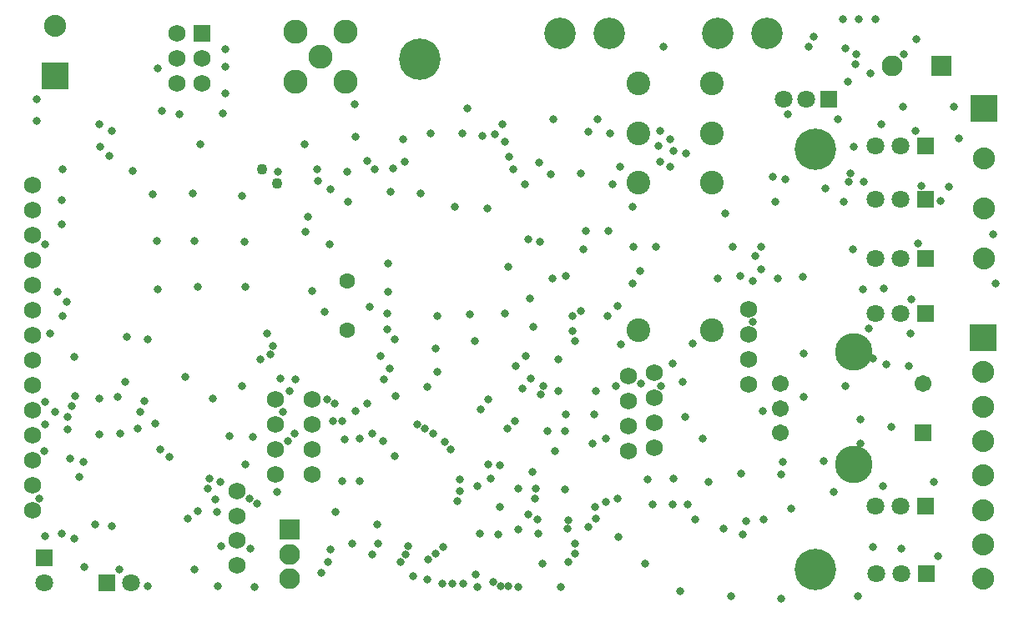
<source format=gbs>
G04 Layer_Color=8150272*
%FSLAX25Y25*%
%MOIN*%
G70*
G01*
G75*
%ADD110C,0.06800*%
%ADD122C,0.08800*%
%ADD123R,0.10642X0.10642*%
%ADD124C,0.12611*%
%ADD125R,0.08300X0.08300*%
%ADD126C,0.08300*%
%ADD127R,0.08300X0.08300*%
%ADD128C,0.09658*%
%ADD129C,0.09461*%
%ADD130R,0.07099X0.07099*%
%ADD131C,0.07099*%
%ADD132C,0.06312*%
%ADD133R,0.06800X0.06800*%
%ADD134C,0.14973*%
%ADD135C,0.06706*%
%ADD136R,0.06706X0.06706*%
%ADD137R,0.07099X0.07099*%
%ADD138C,0.16548*%
%ADD139C,0.03162*%
%ADD140C,0.04343*%
D110*
X1829000Y990500D02*
D03*
Y960500D02*
D03*
Y980500D02*
D03*
Y970500D02*
D03*
X1775000Y1117000D02*
D03*
X1785000D02*
D03*
X1775000Y1127000D02*
D03*
X1785000D02*
D03*
X1775000Y1137000D02*
D03*
X1965532Y981209D02*
D03*
Y1001209D02*
D03*
Y971209D02*
D03*
X1717500Y1076209D02*
D03*
Y1066209D02*
D03*
Y1056209D02*
D03*
Y1046209D02*
D03*
Y1036209D02*
D03*
Y946209D02*
D03*
Y956209D02*
D03*
Y966209D02*
D03*
Y976209D02*
D03*
Y986209D02*
D03*
Y996209D02*
D03*
Y1006209D02*
D03*
Y1016209D02*
D03*
Y1026209D02*
D03*
X1965532Y991209D02*
D03*
X2003398Y996433D02*
D03*
Y1026433D02*
D03*
Y1006433D02*
D03*
Y1016433D02*
D03*
X1799000Y924236D02*
D03*
Y934079D02*
D03*
Y943921D02*
D03*
Y953764D02*
D03*
X1955500Y1000000D02*
D03*
Y970000D02*
D03*
Y990000D02*
D03*
Y980000D02*
D03*
X1814500Y990500D02*
D03*
Y960500D02*
D03*
Y980500D02*
D03*
Y970500D02*
D03*
D122*
X2097000Y973890D02*
D03*
Y987669D02*
D03*
Y1001449D02*
D03*
Y960110D02*
D03*
Y946331D02*
D03*
Y932551D02*
D03*
Y918772D02*
D03*
X2097500Y1046791D02*
D03*
Y1066791D02*
D03*
Y1086791D02*
D03*
X1726500Y1140000D02*
D03*
D123*
X2097000Y1015228D02*
D03*
X2097500Y1106791D02*
D03*
X1726500Y1120000D02*
D03*
D124*
X2010839Y1137000D02*
D03*
X1991154D02*
D03*
X1947846D02*
D03*
X1928161D02*
D03*
D125*
X1820000Y938500D02*
D03*
D126*
Y918815D02*
D03*
Y928658D02*
D03*
X2060658Y1124000D02*
D03*
D127*
X2080342D02*
D03*
D128*
X1832500Y1127500D02*
D03*
X1822500Y1137500D02*
D03*
Y1117500D02*
D03*
X1842500Y1137500D02*
D03*
Y1117500D02*
D03*
D129*
X1959236Y1018091D02*
D03*
X1988764D02*
D03*
Y1077146D02*
D03*
X1959236D02*
D03*
X1988764Y1097028D02*
D03*
X1959236D02*
D03*
X1988764Y1116909D02*
D03*
X1959236D02*
D03*
D130*
X1722071Y927110D02*
D03*
X2074000Y1092000D02*
D03*
X2035496Y1110500D02*
D03*
X2074500Y921000D02*
D03*
X2074000Y948000D02*
D03*
Y1025000D02*
D03*
Y1070500D02*
D03*
Y1047000D02*
D03*
D131*
X1722071Y917268D02*
D03*
X2054000Y1092000D02*
D03*
X2064000D02*
D03*
X2017465Y1110500D02*
D03*
X2026480D02*
D03*
X1756732Y917071D02*
D03*
X2054500Y921000D02*
D03*
X2064500D02*
D03*
X2054000Y948000D02*
D03*
X2064000D02*
D03*
X2054000Y1025000D02*
D03*
X2064000D02*
D03*
X2054000Y1070500D02*
D03*
X2064000D02*
D03*
X2054000Y1047000D02*
D03*
X2064000D02*
D03*
D132*
X1843000Y1037842D02*
D03*
Y1018157D02*
D03*
D133*
X1785000Y1137000D02*
D03*
D134*
X2045500Y1009441D02*
D03*
Y964559D02*
D03*
D135*
X2015973Y996842D02*
D03*
Y987000D02*
D03*
Y977157D02*
D03*
X2073059Y996842D02*
D03*
D136*
Y977157D02*
D03*
D137*
X1746890Y917071D02*
D03*
D138*
X1872000Y1126500D02*
D03*
X2030000Y922500D02*
D03*
Y1090500D02*
D03*
D139*
X1853000Y977000D02*
D03*
X1885000Y917000D02*
D03*
X1896000Y937000D02*
D03*
X1903500Y936500D02*
D03*
X1895000Y915500D02*
D03*
X1838000Y989000D02*
D03*
X1841000Y982000D02*
D03*
X1837500D02*
D03*
X1875000Y918500D02*
D03*
X1875500Y926500D02*
D03*
X1867500Y932000D02*
D03*
X1878500Y929000D02*
D03*
X1881500Y931500D02*
D03*
X1871000Y980500D02*
D03*
X1896500Y986500D02*
D03*
X1899494Y990485D02*
D03*
X1869500Y920000D02*
D03*
X1866500Y928500D02*
D03*
X1804000Y951000D02*
D03*
X1851000Y989000D02*
D03*
X1807000Y949000D02*
D03*
X1817500Y985500D02*
D03*
X1875076Y995500D02*
D03*
X1942500Y994000D02*
D03*
X2025500Y991500D02*
D03*
Y1009000D02*
D03*
X1835500Y925445D02*
D03*
X1815500Y1081500D02*
D03*
X1793500Y1105000D02*
D03*
X1776000Y1104500D02*
D03*
X1947000Y1024000D02*
D03*
X1951000Y1028000D02*
D03*
X1754500Y997500D02*
D03*
X2034000Y1075000D02*
D03*
X2041500Y1069500D02*
D03*
X2039000Y1102500D02*
D03*
X1927500Y994000D02*
D03*
X1920500Y992500D02*
D03*
X1913000Y995000D02*
D03*
X1897000Y1096000D02*
D03*
X1902000Y1096500D02*
D03*
X1905000Y1100500D02*
D03*
X1925500Y1102500D02*
D03*
X1939500Y1097500D02*
D03*
X1891000Y1107000D02*
D03*
X1724500Y1017000D02*
D03*
X1722500Y989500D02*
D03*
X2005000Y1021500D02*
D03*
X2042000Y996000D02*
D03*
X2058500Y1004500D02*
D03*
X2033500Y966000D02*
D03*
X1973000Y1005000D02*
D03*
X1977000Y997500D02*
D03*
X1927500Y1006500D02*
D03*
X1942500Y943000D02*
D03*
X1722500Y1052500D02*
D03*
X1726500Y985500D02*
D03*
X1722500Y980500D02*
D03*
X1889500Y917000D02*
D03*
X1934000Y1014000D02*
D03*
X1957000Y1037000D02*
D03*
X1936500Y1026000D02*
D03*
X1916000Y1031000D02*
D03*
X1937500Y1050500D02*
D03*
X1925000Y1039000D02*
D03*
X1915500Y1054500D02*
D03*
X1920000Y1053500D02*
D03*
X1720000Y951000D02*
D03*
X1722250Y935750D02*
D03*
X1815000Y953500D02*
D03*
X1836500Y930500D02*
D03*
X1832750Y921250D02*
D03*
X1957000Y1067500D02*
D03*
X1933000Y1018000D02*
D03*
X1881000Y917000D02*
D03*
X1931223Y942266D02*
D03*
X1931000Y939000D02*
D03*
X1919500Y937000D02*
D03*
X1919000Y942500D02*
D03*
X1731500Y978500D02*
D03*
X1894500Y920500D02*
D03*
X1792500Y957500D02*
D03*
X1752359Y976859D02*
D03*
X1939500Y939500D02*
D03*
X1978500Y1089000D02*
D03*
X1948000Y1097000D02*
D03*
X2006000Y1048000D02*
D03*
X1997000Y1051500D02*
D03*
X1957500D02*
D03*
X1994000Y1065000D02*
D03*
X1734000Y1007500D02*
D03*
X1969500Y1131500D02*
D03*
X1882000Y973500D02*
D03*
X1966500Y1051500D02*
D03*
X1960000Y1042000D02*
D03*
X1887000Y950007D02*
D03*
X1888000Y954000D02*
D03*
X1860000Y1003000D02*
D03*
X1950500Y996000D02*
D03*
X1968500D02*
D03*
X2009000Y986000D02*
D03*
X2046000Y1124500D02*
D03*
X1811000Y1017000D02*
D03*
X1763500Y1014500D02*
D03*
X1755000Y1015500D02*
D03*
X1982000Y942500D02*
D03*
X2017000Y965500D02*
D03*
X1934000Y933000D02*
D03*
X1859000Y1018500D02*
D03*
X1862000Y1014500D02*
D03*
X1907000Y979000D02*
D03*
X1884500Y970500D02*
D03*
X1910000Y982000D02*
D03*
X1857576Y998500D02*
D03*
X1783500Y946000D02*
D03*
X1784500Y1092500D02*
D03*
X1787500Y955000D02*
D03*
X1734000Y935000D02*
D03*
X1743965Y976500D02*
D03*
X1789248Y990752D02*
D03*
X1778500Y999500D02*
D03*
X1801000Y996000D02*
D03*
X1768500Y970500D02*
D03*
X1729000Y1060500D02*
D03*
Y1070252D02*
D03*
X1729500Y1082500D02*
D03*
X1748000Y1088000D02*
D03*
X1744500Y1091500D02*
D03*
X1734500Y992000D02*
D03*
X1733000Y987740D02*
D03*
X1926000Y970000D02*
D03*
X1910500Y1004000D02*
D03*
X1727500Y1033500D02*
D03*
X1846500Y986000D02*
D03*
X1918500Y955000D02*
D03*
X1729500Y1024000D02*
D03*
X1918000Y951000D02*
D03*
X1888000Y958500D02*
D03*
X1864500Y925500D02*
D03*
X1846500Y1095500D02*
D03*
X1851000Y1086000D02*
D03*
X1843000Y1081500D02*
D03*
X1866000Y1085500D02*
D03*
X1861500Y1083000D02*
D03*
X1852000Y1027500D02*
D03*
X1879000Y1001500D02*
D03*
X1816500Y999000D02*
D03*
X1796000Y976000D02*
D03*
X1802500Y964500D02*
D03*
X1952000Y1083500D02*
D03*
X1985000Y975000D02*
D03*
X1993500Y939000D02*
D03*
X1996500Y912000D02*
D03*
X1976000Y914000D02*
D03*
X1766500Y981000D02*
D03*
X1838500Y945500D02*
D03*
X1841000Y958000D02*
D03*
X1848000D02*
D03*
X1842000Y974500D02*
D03*
X1848000Y975000D02*
D03*
X1857500Y974000D02*
D03*
X1862000Y968000D02*
D03*
X1855000Y940500D02*
D03*
X1806000Y915500D02*
D03*
X2020500Y947000D02*
D03*
X2002500Y942000D02*
D03*
X1752000Y922500D02*
D03*
X1738000Y923500D02*
D03*
X1763500Y916000D02*
D03*
X1782000Y922500D02*
D03*
X1779500Y943000D02*
D03*
X1722000Y970000D02*
D03*
X1732500Y967000D02*
D03*
X1772000Y967500D02*
D03*
X1762000Y990000D02*
D03*
X1895000Y956000D02*
D03*
X1900500Y959000D02*
D03*
X1904000Y947500D02*
D03*
X1911500Y955000D02*
D03*
X1917000Y961500D02*
D03*
X1923000Y978000D02*
D03*
X1930000D02*
D03*
X1930500Y984500D02*
D03*
X1916500Y999000D02*
D03*
X1921500Y996000D02*
D03*
X1981000Y1013000D02*
D03*
X1991000Y1039000D02*
D03*
X2049000Y1034500D02*
D03*
X2102000Y1037000D02*
D03*
X2068500Y1030500D02*
D03*
X2068000Y1017000D02*
D03*
X2045500Y1091500D02*
D03*
X2052000Y1121000D02*
D03*
X2065500Y1128500D02*
D03*
X2042000Y1131000D02*
D03*
X2043000Y1117500D02*
D03*
X2085500Y1107500D02*
D03*
X2057500Y1035000D02*
D03*
X2045000Y1050500D02*
D03*
X2071000Y1053000D02*
D03*
X2067500Y1004000D02*
D03*
X2060500Y979500D02*
D03*
X2048000Y982500D02*
D03*
Y973000D02*
D03*
X2057000Y956000D02*
D03*
X2077500Y957500D02*
D03*
X2079000Y928000D02*
D03*
X2064500Y931000D02*
D03*
X2053000Y931500D02*
D03*
X2016500Y911000D02*
D03*
X1767500Y1034500D02*
D03*
X1783500Y1035500D02*
D03*
X1802500D02*
D03*
X1767000Y1054000D02*
D03*
X1782000D02*
D03*
X1802000Y1053500D02*
D03*
X1765500Y1072500D02*
D03*
X1781500Y1073000D02*
D03*
X1801000Y1072000D02*
D03*
X1836000Y1052500D02*
D03*
X1843500Y1069500D02*
D03*
X1834000Y1025500D02*
D03*
X1829000Y1034000D02*
D03*
X1859000Y1025000D02*
D03*
X1906000D02*
D03*
X1907500Y1043500D02*
D03*
X1917500Y1019500D02*
D03*
X1914500Y1008000D02*
D03*
X1894000Y1014000D02*
D03*
X1892000Y1024500D02*
D03*
X1878500Y1011000D02*
D03*
X1856500Y1008000D02*
D03*
X1859500Y1045000D02*
D03*
X1872500Y1073000D02*
D03*
X1886000Y1067500D02*
D03*
X1899000Y1067000D02*
D03*
X1909500Y1082500D02*
D03*
X1924500Y1080500D02*
D03*
X1952500Y1012500D02*
D03*
X1933000Y1024000D02*
D03*
X2101000Y1056500D02*
D03*
X2047000Y912000D02*
D03*
X2016500Y960500D02*
D03*
X1915500Y944500D02*
D03*
X1931500Y925500D02*
D03*
X1911500Y938500D02*
D03*
X1978000Y983500D02*
D03*
X1826000Y1092500D02*
D03*
X1845000Y933000D02*
D03*
X1805500Y975500D02*
D03*
X1946500Y975000D02*
D03*
X1835000Y990500D02*
D03*
X1820000Y994000D02*
D03*
X2013000Y1079500D02*
D03*
X1865500Y1094500D02*
D03*
X1876500Y1097000D02*
D03*
X1889000D02*
D03*
X1965000Y948500D02*
D03*
X1749000Y1098000D02*
D03*
X1769000Y1106000D02*
D03*
X1767500Y1123000D02*
D03*
X1719000Y1102000D02*
D03*
X1794500Y1113000D02*
D03*
Y1123500D02*
D03*
Y1130500D02*
D03*
X1836500Y1074500D02*
D03*
X1719000Y1110500D02*
D03*
X1744000Y1100500D02*
D03*
X1757500Y1082000D02*
D03*
X2009500Y942500D02*
D03*
X1973000Y948500D02*
D03*
X1979000D02*
D03*
X1973500Y959000D02*
D03*
X1831500Y1078000D02*
D03*
X1831000Y1082500D02*
D03*
X1846000Y1108500D02*
D03*
X1826500Y1057500D02*
D03*
X1827500Y1063500D02*
D03*
X1860500Y1073500D02*
D03*
X2087500Y1095000D02*
D03*
X2046500Y1128500D02*
D03*
X2043500Y1077500D02*
D03*
X2044000Y1081000D02*
D03*
X2056500Y1100500D02*
D03*
X2000394Y960854D02*
D03*
X2037500Y953500D02*
D03*
X2072500Y1076000D02*
D03*
X2049500Y1077500D02*
D03*
X2080000Y1070000D02*
D03*
X2083500Y1075500D02*
D03*
X2070000Y1098000D02*
D03*
X1943000Y1102500D02*
D03*
X1859500Y1033500D02*
D03*
X1879000Y1024000D02*
D03*
X1921000Y925000D02*
D03*
X1928500Y915500D02*
D03*
X1962000Y925000D02*
D03*
X1951500Y935500D02*
D03*
X1736000Y959500D02*
D03*
X1791000Y945500D02*
D03*
X1729000Y937000D02*
D03*
X1901500Y917516D02*
D03*
X1907500Y916000D02*
D03*
X1904350Y915800D02*
D03*
X1804500Y931000D02*
D03*
X1791500Y916000D02*
D03*
X1934000Y929000D02*
D03*
X1853000Y928500D02*
D03*
X1742500Y940500D02*
D03*
X1855500Y933000D02*
D03*
X2053000Y1007000D02*
D03*
X2051500Y1019000D02*
D03*
X1822500Y998500D02*
D03*
X1819500Y974000D02*
D03*
X1822000Y977000D02*
D03*
X1906000Y1093500D02*
D03*
X1938248Y1058000D02*
D03*
X1949000Y1076500D02*
D03*
X1919750Y1085252D02*
D03*
X1947500Y1058000D02*
D03*
X1936500Y1081000D02*
D03*
X1808500Y1006500D02*
D03*
X1812500Y1008500D02*
D03*
X1813500Y1012000D02*
D03*
X1862500Y992000D02*
D03*
X1904040Y964263D02*
D03*
X1899500Y964500D02*
D03*
X1968000Y1098000D02*
D03*
X1967500Y1092000D02*
D03*
X1973500Y1090000D02*
D03*
X1972000Y1094500D02*
D03*
X1968000Y1085500D02*
D03*
X1972000Y1083500D02*
D03*
X2019000Y1104500D02*
D03*
X1963000Y958500D02*
D03*
X1877284Y977004D02*
D03*
X1874000Y979000D02*
D03*
X2001000Y936500D02*
D03*
X1941000Y973000D02*
D03*
X1941755Y984500D02*
D03*
X1930500Y1040000D02*
D03*
X1960500Y997000D02*
D03*
X2014000Y1069500D02*
D03*
X1854000Y1082500D02*
D03*
X2070500Y1134500D02*
D03*
X2065000Y1107500D02*
D03*
X1731000Y1029500D02*
D03*
X1930000Y954500D02*
D03*
X2054000Y1142500D02*
D03*
X2047500D02*
D03*
X2041000D02*
D03*
X2027500Y1131500D02*
D03*
X2029500Y1135500D02*
D03*
X1911500Y915500D02*
D03*
X1792581Y931919D02*
D03*
X1790500Y950500D02*
D03*
X1737810Y965427D02*
D03*
X1760500Y985514D02*
D03*
X1751500Y991500D02*
D03*
X1744000Y991000D02*
D03*
X1759500Y979000D02*
D03*
X1731500Y983500D02*
D03*
X2018000Y1078500D02*
D03*
X1987500Y957500D02*
D03*
X1942000Y947500D02*
D03*
X1951000Y951000D02*
D03*
X1946500Y949500D02*
D03*
X2000000Y1039993D02*
D03*
X1907768Y1087646D02*
D03*
X1788000Y958991D02*
D03*
X1914000Y1076500D02*
D03*
X2005000Y1038000D02*
D03*
X2008500Y1042500D02*
D03*
X2025000Y1039500D02*
D03*
X2015000Y1039000D02*
D03*
X1749000Y940000D02*
D03*
X2008500Y1051500D02*
D03*
D140*
X1809000Y1082500D02*
D03*
X1815000Y1076827D02*
D03*
M02*

</source>
